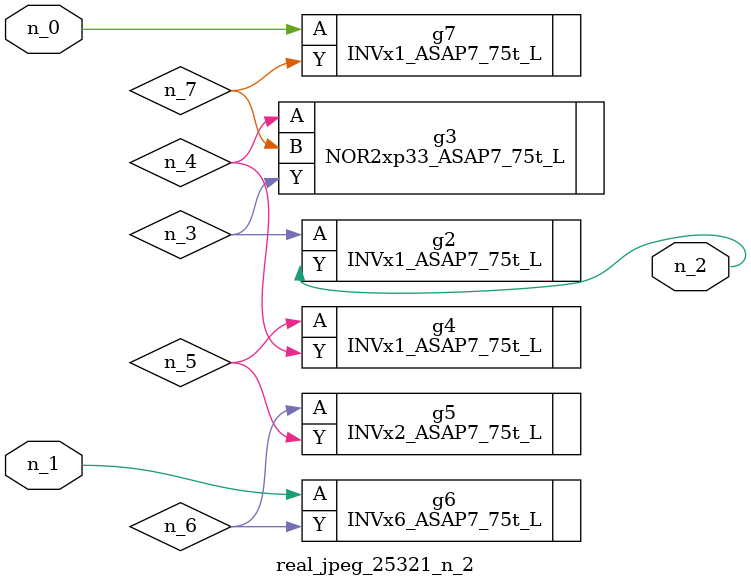
<source format=v>
module real_jpeg_25321_n_2 (n_1, n_0, n_2);

input n_1;
input n_0;

output n_2;

wire n_5;
wire n_4;
wire n_6;
wire n_7;
wire n_3;

INVx1_ASAP7_75t_L g7 ( 
.A(n_0),
.Y(n_7)
);

INVx6_ASAP7_75t_L g6 ( 
.A(n_1),
.Y(n_6)
);

INVx1_ASAP7_75t_L g2 ( 
.A(n_3),
.Y(n_2)
);

NOR2xp33_ASAP7_75t_L g3 ( 
.A(n_4),
.B(n_7),
.Y(n_3)
);

INVx1_ASAP7_75t_L g4 ( 
.A(n_5),
.Y(n_4)
);

INVx2_ASAP7_75t_L g5 ( 
.A(n_6),
.Y(n_5)
);


endmodule
</source>
